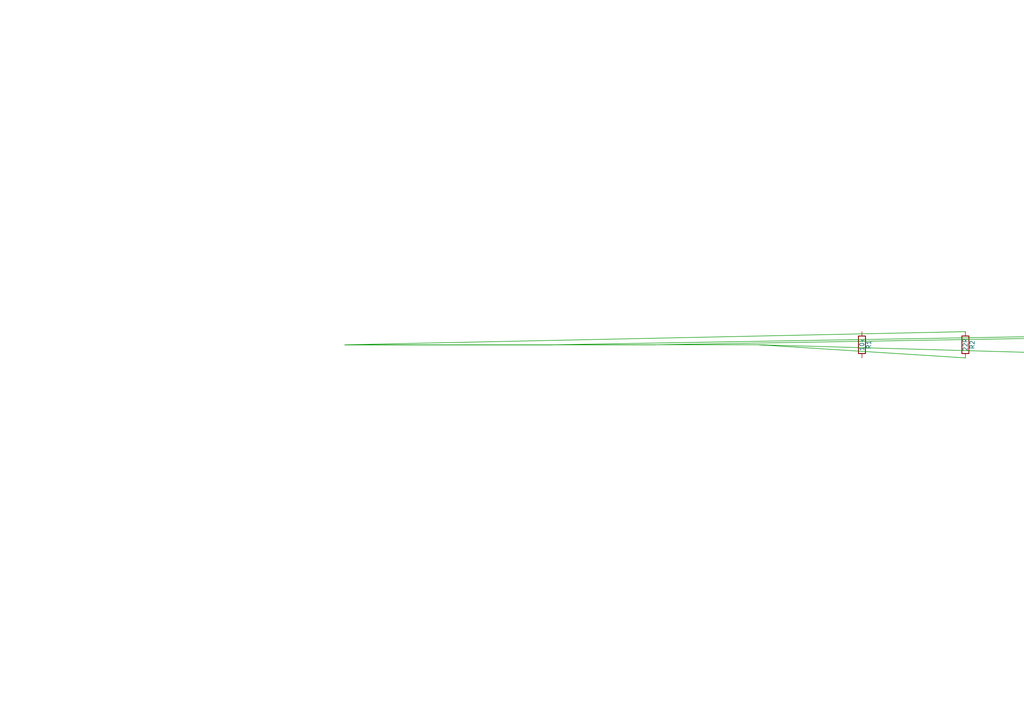
<source format=kicad_sch>
(kicad_sch (version 20211014) (generator "TextToPCB_AI")
  (paper "A4")
  (lib_symbols
    (symbol "Device:R" (pin_numbers hide) (pin_names (offset 0))
      (property "Reference" "R" (at 2.032 0 90))
      (property "Value" "R" (at 0 0 90))
      (symbol "R_0_1"
        (rectangle (start -1.016 -2.54) (end 1.016 2.54) (stroke (width 0.254)))
      )
      (symbol "R_1_1"
        (pin passive line (at 0 -3.81 90) (length 1.27) (name "~") (number "1"))
        (pin passive line (at 0 3.81 270) (length 1.27) (name "~") (number "2"))
      )
    )
  )
  (symbol (lib_id "Espressif:ESP32-WROOM-32") (at 100 100 0) (unit 1)
    (property "Reference" "U1" (at 102 100 90))
    (property "Value" "ESP32-WROOM-32" (at 100 100 90))
  )
  (symbol (lib_id "Connector:USB_C_Receptacle") (at 130 100 0) (unit 1)
    (property "Reference" "U2" (at 132 100 90))
    (property "Value" "USB-C" (at 130 100 90))
  )
  (symbol (lib_id "Regulator:LDO") (at 160 100 0) (unit 1)
    (property "Reference" "U3" (at 162 100 90))
    (property "Value" "3.3V 600mA" (at 160 100 90))
  )
  (symbol (lib_id "Sensor:Temperature_I2C") (at 190 100 0) (unit 1)
    (property "Reference" "U4" (at 192 100 90))
    (property "Value" "I2C" (at 190 100 90))
  )
  (symbol (lib_id "Driver_LED:LED1642GWPTR") (at 220 100 0) (unit 1)
    (property "Reference" "D1" (at 222 100 90))
    (property "Value" "Green" (at 220 100 90))
  )
  (symbol (lib_id "Device:R") (at 250 100 0) (unit 1)
    (property "Reference" "R1" (at 252 100 90))
    (property "Value" "10k" (at 250 100 90))
  )
  (symbol (lib_id "Device:R") (at 280 100 0) (unit 1)
    (property "Reference" "R2" (at 282 100 90))
    (property "Value" "22R" (at 280 100 90))
  )
  (symbol (lib_id "Device:C") (at 310 100 0) (unit 1)
    (property "Reference" "C1" (at 312 100 90))
    (property "Value" "10uF" (at 310 100 90))
  )
  (symbol (lib_id "Device:C") (at 340 100 0) (unit 1)
    (property "Reference" "C2" (at 342 100 90))
    (property "Value" "100nF" (at 340 100 90))
  )
  (symbol (lib_id "Device:C") (at 370 100 0) (unit 1)
    (property "Reference" "C3" (at 372 100 90))
    (property "Value" "10uF" (at 370 100 90))
  )
  (symbol (lib_id "Device:C") (at 400 100 0) (unit 1)
    (property "Reference" "C4" (at 402 100 90))
    (property "Value" "1uF" (at 400 100 90))
  )
  (wire (pts (xy 130 100) (xy 160 100)))
  (wire (pts (xy 160 100) (xy 310 97.46)))
  (wire (pts (xy 130 100) (xy 160 100)))
  (wire (pts (xy 160 100) (xy 100 100)))
  (wire (pts (xy 100 100) (xy 190 100)))
  (wire (pts (xy 190 100) (xy 220 100)))
  (wire (pts (xy 220 100) (xy 310 102.54)))
  (wire (pts (xy 310 102.54) (xy 340 102.54)))
  (wire (pts (xy 340 102.54) (xy 370 102.54)))
  (wire (pts (xy 370 102.54) (xy 400 102.54)))
  (wire (pts (xy 160 100) (xy 100 100)))
  (wire (pts (xy 100 100) (xy 190 100)))
  (wire (pts (xy 190 100) (xy 340 97.46)))
  (wire (pts (xy 340 97.46) (xy 370 97.46)))
  (wire (pts (xy 100 100) (xy 190 100)))
  (wire (pts (xy 100 100) (xy 190 100)))
  (wire (pts (xy 130 100) (xy 100 100)))
  (wire (pts (xy 130 100) (xy 100 100)))
  (wire (pts (xy 100 100) (xy 280 96.19)))
  (wire (pts (xy 280 103.81) (xy 220 100)))
)
</source>
